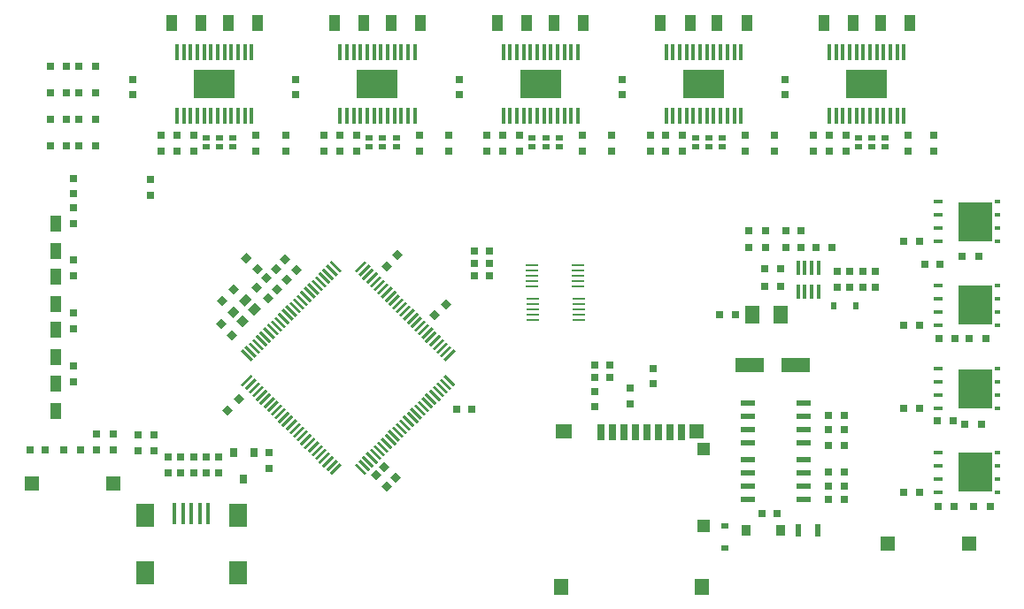
<source format=gtp>
G04 #@! TF.FileFunction,Paste,Top*
%FSLAX46Y46*%
G04 Gerber Fmt 4.6, Leading zero omitted, Abs format (unit mm)*
G04 Created by KiCad (PCBNEW 4.0.4-stable) date 06/15/17 10:18:31*
%MOMM*%
%LPD*%
G01*
G04 APERTURE LIST*
%ADD10C,0.020000*%
%ADD11R,0.720090X0.720090*%
%ADD12R,0.720000X1.530000*%
%ADD13R,0.765000X1.530000*%
%ADD14R,1.170000X1.170000*%
%ADD15R,1.170000X1.260000*%
%ADD16R,1.440000X1.350000*%
%ADD17R,1.350000X1.530000*%
%ADD18R,1.530000X1.350000*%
%ADD19R,1.107000X1.620000*%
%ADD20R,2.699766X1.440180*%
%ADD21R,1.799082X2.249424*%
%ADD22R,0.450342X2.071116*%
%ADD23R,0.765000X0.585000*%
%ADD24R,0.585000X0.765000*%
%ADD25R,0.360000X1.350000*%
%ADD26R,0.720000X0.540000*%
%ADD27R,1.350000X1.800000*%
%ADD28R,1.351026X1.351026*%
%ADD29R,0.720090X0.900684*%
%ADD30R,0.972000X0.405000*%
%ADD31R,0.585000X0.405000*%
%ADD32R,3.177000X3.834000*%
%ADD33R,1.260000X0.270000*%
%ADD34R,0.720000X0.720000*%
%ADD35R,1.125000X1.620000*%
%ADD36R,0.630000X1.170000*%
%ADD37R,0.819000X1.098000*%
%ADD38R,1.395000X0.540000*%
%ADD39R,3.888000X2.700000*%
%ADD40R,0.405000X1.485000*%
G04 APERTURE END LIST*
D10*
D11*
X17700000Y42750700D03*
X17700000Y44249300D03*
D12*
X56700000Y15810000D03*
X57800000Y15810000D03*
X58900000Y15810000D03*
X60000000Y15810000D03*
D13*
X61100000Y15810000D03*
D12*
X62200000Y15810000D03*
X63300000Y15810000D03*
X64400000Y15810000D03*
D14*
X66460000Y14250000D03*
D15*
X66460000Y6850000D03*
D16*
X65800000Y15900000D03*
D17*
X66350000Y1050000D03*
X52850000Y1050000D03*
D18*
X53150000Y15900000D03*
D19*
X4500000Y17890000D03*
X4500000Y20510000D03*
X4500000Y22990000D03*
X4500000Y25610000D03*
X4500000Y28090000D03*
X4500000Y30710000D03*
X4500000Y33190000D03*
X4500000Y35810000D03*
D20*
X70900360Y22300000D03*
X75299640Y22300000D03*
D21*
X13049920Y2349460D03*
X21950080Y2349460D03*
X13049920Y7848560D03*
X21950080Y7848560D03*
D22*
X15899800Y8049220D03*
X16699900Y8049220D03*
X17500000Y8049220D03*
X18300100Y8049220D03*
X19100200Y8049220D03*
D23*
X68500000Y4712000D03*
X68500000Y6812000D03*
D24*
X81050000Y27900000D03*
X78950000Y27900000D03*
D25*
X77475000Y31550000D03*
X76825000Y31550000D03*
X76175000Y31550000D03*
X75525000Y31550000D03*
X75525000Y29250000D03*
X76175000Y29250000D03*
X76825000Y29250000D03*
X77475000Y29250000D03*
D26*
X18900000Y43200000D03*
X18900000Y44000000D03*
X20200000Y43200000D03*
X20200000Y44000000D03*
X21500000Y43200000D03*
X21500000Y44000000D03*
X34500000Y43200000D03*
X34500000Y44000000D03*
X35800000Y43200000D03*
X35800000Y44000000D03*
X37100000Y43200000D03*
X37100000Y44000000D03*
X50100000Y43200000D03*
X50100000Y44000000D03*
X51400000Y43200000D03*
X51400000Y44000000D03*
X52700000Y43200000D03*
X52700000Y44000000D03*
X65700000Y43200000D03*
X65700000Y44000000D03*
X67000000Y43200000D03*
X67000000Y44000000D03*
X68300000Y43200000D03*
X68300000Y44000000D03*
X81300000Y43200000D03*
X81300000Y44000000D03*
X82600000Y43200000D03*
X82600000Y44000000D03*
X83900000Y43200000D03*
X83900000Y44000000D03*
D27*
X73850000Y27100000D03*
X71150000Y27100000D03*
D10*
G36*
X22700241Y29091203D02*
X23272997Y28518447D01*
X22636601Y27882051D01*
X22063845Y28454807D01*
X22700241Y29091203D01*
X22700241Y29091203D01*
G37*
G36*
X21551193Y27942155D02*
X22123949Y27369399D01*
X21487553Y26733003D01*
X20914797Y27305759D01*
X21551193Y27942155D01*
X21551193Y27942155D01*
G37*
G36*
X22417399Y27075949D02*
X22990155Y26503193D01*
X22353759Y25866797D01*
X21781003Y26439553D01*
X22417399Y27075949D01*
X22417399Y27075949D01*
G37*
G36*
X23566447Y28224997D02*
X24139203Y27652241D01*
X23502807Y27015845D01*
X22930051Y27588601D01*
X23566447Y28224997D01*
X23566447Y28224997D01*
G37*
D28*
X84101100Y5200000D03*
X91898900Y5200000D03*
D29*
X23449960Y13900480D03*
X21550040Y13900480D03*
X22500000Y11299520D03*
D30*
X88930000Y37905000D03*
X88930000Y36635000D03*
X88930000Y35365000D03*
X88930000Y34095000D03*
D31*
X94570000Y34095000D03*
X94570000Y35365000D03*
X94570000Y36635000D03*
X94570000Y37905000D03*
D32*
X92480000Y36000000D03*
D10*
G36*
X30725162Y32069201D02*
X30916080Y32260119D01*
X31870674Y31305525D01*
X31679756Y31114607D01*
X30725162Y32069201D01*
X30725162Y32069201D01*
G37*
G36*
X30371609Y31715648D02*
X30562527Y31906566D01*
X31517121Y30951972D01*
X31326203Y30761054D01*
X30371609Y31715648D01*
X30371609Y31715648D01*
G37*
G36*
X30018056Y31362094D02*
X30208974Y31553012D01*
X31163568Y30598418D01*
X30972650Y30407500D01*
X30018056Y31362094D01*
X30018056Y31362094D01*
G37*
G36*
X29664502Y31008541D02*
X29855420Y31199459D01*
X30810014Y30244865D01*
X30619096Y30053947D01*
X29664502Y31008541D01*
X29664502Y31008541D01*
G37*
G36*
X29310949Y30654987D02*
X29501867Y30845905D01*
X30456461Y29891311D01*
X30265543Y29700393D01*
X29310949Y30654987D01*
X29310949Y30654987D01*
G37*
G36*
X28957396Y30301434D02*
X29148314Y30492352D01*
X30102908Y29537758D01*
X29911990Y29346840D01*
X28957396Y30301434D01*
X28957396Y30301434D01*
G37*
G36*
X28603842Y29947881D02*
X28794760Y30138799D01*
X29749354Y29184205D01*
X29558436Y28993287D01*
X28603842Y29947881D01*
X28603842Y29947881D01*
G37*
G36*
X28250289Y29594327D02*
X28441207Y29785245D01*
X29395801Y28830651D01*
X29204883Y28639733D01*
X28250289Y29594327D01*
X28250289Y29594327D01*
G37*
G36*
X27896735Y29240774D02*
X28087653Y29431692D01*
X29042247Y28477098D01*
X28851329Y28286180D01*
X27896735Y29240774D01*
X27896735Y29240774D01*
G37*
G36*
X27543182Y28887220D02*
X27734100Y29078138D01*
X28688694Y28123544D01*
X28497776Y27932626D01*
X27543182Y28887220D01*
X27543182Y28887220D01*
G37*
G36*
X27189629Y28533667D02*
X27380547Y28724585D01*
X28335141Y27769991D01*
X28144223Y27579073D01*
X27189629Y28533667D01*
X27189629Y28533667D01*
G37*
G36*
X26836075Y28180114D02*
X27026993Y28371032D01*
X27981587Y27416438D01*
X27790669Y27225520D01*
X26836075Y28180114D01*
X26836075Y28180114D01*
G37*
G36*
X26482522Y27826560D02*
X26673440Y28017478D01*
X27628034Y27062884D01*
X27437116Y26871966D01*
X26482522Y27826560D01*
X26482522Y27826560D01*
G37*
G36*
X26128968Y27473007D02*
X26319886Y27663925D01*
X27274480Y26709331D01*
X27083562Y26518413D01*
X26128968Y27473007D01*
X26128968Y27473007D01*
G37*
G36*
X25775415Y27119453D02*
X25966333Y27310371D01*
X26920927Y26355777D01*
X26730009Y26164859D01*
X25775415Y27119453D01*
X25775415Y27119453D01*
G37*
G36*
X25421862Y26765900D02*
X25612780Y26956818D01*
X26567374Y26002224D01*
X26376456Y25811306D01*
X25421862Y26765900D01*
X25421862Y26765900D01*
G37*
G36*
X25068308Y26412347D02*
X25259226Y26603265D01*
X26213820Y25648671D01*
X26022902Y25457753D01*
X25068308Y26412347D01*
X25068308Y26412347D01*
G37*
G36*
X24714755Y26058793D02*
X24905673Y26249711D01*
X25860267Y25295117D01*
X25669349Y25104199D01*
X24714755Y26058793D01*
X24714755Y26058793D01*
G37*
G36*
X24361201Y25705240D02*
X24552119Y25896158D01*
X25506713Y24941564D01*
X25315795Y24750646D01*
X24361201Y25705240D01*
X24361201Y25705240D01*
G37*
G36*
X24007648Y25351686D02*
X24198566Y25542604D01*
X25153160Y24588010D01*
X24962242Y24397092D01*
X24007648Y25351686D01*
X24007648Y25351686D01*
G37*
G36*
X23654095Y24998133D02*
X23845013Y25189051D01*
X24799607Y24234457D01*
X24608689Y24043539D01*
X23654095Y24998133D01*
X23654095Y24998133D01*
G37*
G36*
X23300541Y24644580D02*
X23491459Y24835498D01*
X24446053Y23880904D01*
X24255135Y23689986D01*
X23300541Y24644580D01*
X23300541Y24644580D01*
G37*
G36*
X22946988Y24291026D02*
X23137906Y24481944D01*
X24092500Y23527350D01*
X23901582Y23336432D01*
X22946988Y24291026D01*
X22946988Y24291026D01*
G37*
G36*
X22593434Y23937473D02*
X22784352Y24128391D01*
X23738946Y23173797D01*
X23548028Y22982879D01*
X22593434Y23937473D01*
X22593434Y23937473D01*
G37*
G36*
X22239881Y23583920D02*
X22430799Y23774838D01*
X23385393Y22820244D01*
X23194475Y22629326D01*
X22239881Y23583920D01*
X22239881Y23583920D01*
G37*
G36*
X22430799Y20225162D02*
X22239881Y20416080D01*
X23194475Y21370674D01*
X23385393Y21179756D01*
X22430799Y20225162D01*
X22430799Y20225162D01*
G37*
G36*
X22784352Y19871609D02*
X22593434Y20062527D01*
X23548028Y21017121D01*
X23738946Y20826203D01*
X22784352Y19871609D01*
X22784352Y19871609D01*
G37*
G36*
X23137906Y19518056D02*
X22946988Y19708974D01*
X23901582Y20663568D01*
X24092500Y20472650D01*
X23137906Y19518056D01*
X23137906Y19518056D01*
G37*
G36*
X23491459Y19164502D02*
X23300541Y19355420D01*
X24255135Y20310014D01*
X24446053Y20119096D01*
X23491459Y19164502D01*
X23491459Y19164502D01*
G37*
G36*
X23845013Y18810949D02*
X23654095Y19001867D01*
X24608689Y19956461D01*
X24799607Y19765543D01*
X23845013Y18810949D01*
X23845013Y18810949D01*
G37*
G36*
X24198566Y18457396D02*
X24007648Y18648314D01*
X24962242Y19602908D01*
X25153160Y19411990D01*
X24198566Y18457396D01*
X24198566Y18457396D01*
G37*
G36*
X24552119Y18103842D02*
X24361201Y18294760D01*
X25315795Y19249354D01*
X25506713Y19058436D01*
X24552119Y18103842D01*
X24552119Y18103842D01*
G37*
G36*
X24905673Y17750289D02*
X24714755Y17941207D01*
X25669349Y18895801D01*
X25860267Y18704883D01*
X24905673Y17750289D01*
X24905673Y17750289D01*
G37*
G36*
X25259226Y17396735D02*
X25068308Y17587653D01*
X26022902Y18542247D01*
X26213820Y18351329D01*
X25259226Y17396735D01*
X25259226Y17396735D01*
G37*
G36*
X25612780Y17043182D02*
X25421862Y17234100D01*
X26376456Y18188694D01*
X26567374Y17997776D01*
X25612780Y17043182D01*
X25612780Y17043182D01*
G37*
G36*
X25966333Y16689629D02*
X25775415Y16880547D01*
X26730009Y17835141D01*
X26920927Y17644223D01*
X25966333Y16689629D01*
X25966333Y16689629D01*
G37*
G36*
X26319886Y16336075D02*
X26128968Y16526993D01*
X27083562Y17481587D01*
X27274480Y17290669D01*
X26319886Y16336075D01*
X26319886Y16336075D01*
G37*
G36*
X26673440Y15982522D02*
X26482522Y16173440D01*
X27437116Y17128034D01*
X27628034Y16937116D01*
X26673440Y15982522D01*
X26673440Y15982522D01*
G37*
G36*
X27026993Y15628968D02*
X26836075Y15819886D01*
X27790669Y16774480D01*
X27981587Y16583562D01*
X27026993Y15628968D01*
X27026993Y15628968D01*
G37*
G36*
X27380547Y15275415D02*
X27189629Y15466333D01*
X28144223Y16420927D01*
X28335141Y16230009D01*
X27380547Y15275415D01*
X27380547Y15275415D01*
G37*
G36*
X27734100Y14921862D02*
X27543182Y15112780D01*
X28497776Y16067374D01*
X28688694Y15876456D01*
X27734100Y14921862D01*
X27734100Y14921862D01*
G37*
G36*
X28087653Y14568308D02*
X27896735Y14759226D01*
X28851329Y15713820D01*
X29042247Y15522902D01*
X28087653Y14568308D01*
X28087653Y14568308D01*
G37*
G36*
X28441207Y14214755D02*
X28250289Y14405673D01*
X29204883Y15360267D01*
X29395801Y15169349D01*
X28441207Y14214755D01*
X28441207Y14214755D01*
G37*
G36*
X28794760Y13861201D02*
X28603842Y14052119D01*
X29558436Y15006713D01*
X29749354Y14815795D01*
X28794760Y13861201D01*
X28794760Y13861201D01*
G37*
G36*
X29148314Y13507648D02*
X28957396Y13698566D01*
X29911990Y14653160D01*
X30102908Y14462242D01*
X29148314Y13507648D01*
X29148314Y13507648D01*
G37*
G36*
X29501867Y13154095D02*
X29310949Y13345013D01*
X30265543Y14299607D01*
X30456461Y14108689D01*
X29501867Y13154095D01*
X29501867Y13154095D01*
G37*
G36*
X29855420Y12800541D02*
X29664502Y12991459D01*
X30619096Y13946053D01*
X30810014Y13755135D01*
X29855420Y12800541D01*
X29855420Y12800541D01*
G37*
G36*
X30208974Y12446988D02*
X30018056Y12637906D01*
X30972650Y13592500D01*
X31163568Y13401582D01*
X30208974Y12446988D01*
X30208974Y12446988D01*
G37*
G36*
X30562527Y12093434D02*
X30371609Y12284352D01*
X31326203Y13238946D01*
X31517121Y13048028D01*
X30562527Y12093434D01*
X30562527Y12093434D01*
G37*
G36*
X30916080Y11739881D02*
X30725162Y11930799D01*
X31679756Y12885393D01*
X31870674Y12694475D01*
X30916080Y11739881D01*
X30916080Y11739881D01*
G37*
G36*
X33129326Y12694475D02*
X33320244Y12885393D01*
X34274838Y11930799D01*
X34083920Y11739881D01*
X33129326Y12694475D01*
X33129326Y12694475D01*
G37*
G36*
X33482879Y13048028D02*
X33673797Y13238946D01*
X34628391Y12284352D01*
X34437473Y12093434D01*
X33482879Y13048028D01*
X33482879Y13048028D01*
G37*
G36*
X33836432Y13401582D02*
X34027350Y13592500D01*
X34981944Y12637906D01*
X34791026Y12446988D01*
X33836432Y13401582D01*
X33836432Y13401582D01*
G37*
G36*
X34189986Y13755135D02*
X34380904Y13946053D01*
X35335498Y12991459D01*
X35144580Y12800541D01*
X34189986Y13755135D01*
X34189986Y13755135D01*
G37*
G36*
X34543539Y14108689D02*
X34734457Y14299607D01*
X35689051Y13345013D01*
X35498133Y13154095D01*
X34543539Y14108689D01*
X34543539Y14108689D01*
G37*
G36*
X34897092Y14462242D02*
X35088010Y14653160D01*
X36042604Y13698566D01*
X35851686Y13507648D01*
X34897092Y14462242D01*
X34897092Y14462242D01*
G37*
G36*
X35250646Y14815795D02*
X35441564Y15006713D01*
X36396158Y14052119D01*
X36205240Y13861201D01*
X35250646Y14815795D01*
X35250646Y14815795D01*
G37*
G36*
X35604199Y15169349D02*
X35795117Y15360267D01*
X36749711Y14405673D01*
X36558793Y14214755D01*
X35604199Y15169349D01*
X35604199Y15169349D01*
G37*
G36*
X35957753Y15522902D02*
X36148671Y15713820D01*
X37103265Y14759226D01*
X36912347Y14568308D01*
X35957753Y15522902D01*
X35957753Y15522902D01*
G37*
G36*
X36311306Y15876456D02*
X36502224Y16067374D01*
X37456818Y15112780D01*
X37265900Y14921862D01*
X36311306Y15876456D01*
X36311306Y15876456D01*
G37*
G36*
X36664859Y16230009D02*
X36855777Y16420927D01*
X37810371Y15466333D01*
X37619453Y15275415D01*
X36664859Y16230009D01*
X36664859Y16230009D01*
G37*
G36*
X37018413Y16583562D02*
X37209331Y16774480D01*
X38163925Y15819886D01*
X37973007Y15628968D01*
X37018413Y16583562D01*
X37018413Y16583562D01*
G37*
G36*
X37371966Y16937116D02*
X37562884Y17128034D01*
X38517478Y16173440D01*
X38326560Y15982522D01*
X37371966Y16937116D01*
X37371966Y16937116D01*
G37*
G36*
X37725520Y17290669D02*
X37916438Y17481587D01*
X38871032Y16526993D01*
X38680114Y16336075D01*
X37725520Y17290669D01*
X37725520Y17290669D01*
G37*
G36*
X38079073Y17644223D02*
X38269991Y17835141D01*
X39224585Y16880547D01*
X39033667Y16689629D01*
X38079073Y17644223D01*
X38079073Y17644223D01*
G37*
G36*
X38432626Y17997776D02*
X38623544Y18188694D01*
X39578138Y17234100D01*
X39387220Y17043182D01*
X38432626Y17997776D01*
X38432626Y17997776D01*
G37*
G36*
X38786180Y18351329D02*
X38977098Y18542247D01*
X39931692Y17587653D01*
X39740774Y17396735D01*
X38786180Y18351329D01*
X38786180Y18351329D01*
G37*
G36*
X39139733Y18704883D02*
X39330651Y18895801D01*
X40285245Y17941207D01*
X40094327Y17750289D01*
X39139733Y18704883D01*
X39139733Y18704883D01*
G37*
G36*
X39493287Y19058436D02*
X39684205Y19249354D01*
X40638799Y18294760D01*
X40447881Y18103842D01*
X39493287Y19058436D01*
X39493287Y19058436D01*
G37*
G36*
X39846840Y19411990D02*
X40037758Y19602908D01*
X40992352Y18648314D01*
X40801434Y18457396D01*
X39846840Y19411990D01*
X39846840Y19411990D01*
G37*
G36*
X40200393Y19765543D02*
X40391311Y19956461D01*
X41345905Y19001867D01*
X41154987Y18810949D01*
X40200393Y19765543D01*
X40200393Y19765543D01*
G37*
G36*
X40553947Y20119096D02*
X40744865Y20310014D01*
X41699459Y19355420D01*
X41508541Y19164502D01*
X40553947Y20119096D01*
X40553947Y20119096D01*
G37*
G36*
X40907500Y20472650D02*
X41098418Y20663568D01*
X42053012Y19708974D01*
X41862094Y19518056D01*
X40907500Y20472650D01*
X40907500Y20472650D01*
G37*
G36*
X41261054Y20826203D02*
X41451972Y21017121D01*
X42406566Y20062527D01*
X42215648Y19871609D01*
X41261054Y20826203D01*
X41261054Y20826203D01*
G37*
G36*
X41614607Y21179756D02*
X41805525Y21370674D01*
X42760119Y20416080D01*
X42569201Y20225162D01*
X41614607Y21179756D01*
X41614607Y21179756D01*
G37*
G36*
X41805525Y22629326D02*
X41614607Y22820244D01*
X42569201Y23774838D01*
X42760119Y23583920D01*
X41805525Y22629326D01*
X41805525Y22629326D01*
G37*
G36*
X41451972Y22982879D02*
X41261054Y23173797D01*
X42215648Y24128391D01*
X42406566Y23937473D01*
X41451972Y22982879D01*
X41451972Y22982879D01*
G37*
G36*
X41098418Y23336432D02*
X40907500Y23527350D01*
X41862094Y24481944D01*
X42053012Y24291026D01*
X41098418Y23336432D01*
X41098418Y23336432D01*
G37*
G36*
X40744865Y23689986D02*
X40553947Y23880904D01*
X41508541Y24835498D01*
X41699459Y24644580D01*
X40744865Y23689986D01*
X40744865Y23689986D01*
G37*
G36*
X40391311Y24043539D02*
X40200393Y24234457D01*
X41154987Y25189051D01*
X41345905Y24998133D01*
X40391311Y24043539D01*
X40391311Y24043539D01*
G37*
G36*
X40037758Y24397092D02*
X39846840Y24588010D01*
X40801434Y25542604D01*
X40992352Y25351686D01*
X40037758Y24397092D01*
X40037758Y24397092D01*
G37*
G36*
X39684205Y24750646D02*
X39493287Y24941564D01*
X40447881Y25896158D01*
X40638799Y25705240D01*
X39684205Y24750646D01*
X39684205Y24750646D01*
G37*
G36*
X39330651Y25104199D02*
X39139733Y25295117D01*
X40094327Y26249711D01*
X40285245Y26058793D01*
X39330651Y25104199D01*
X39330651Y25104199D01*
G37*
G36*
X38977098Y25457753D02*
X38786180Y25648671D01*
X39740774Y26603265D01*
X39931692Y26412347D01*
X38977098Y25457753D01*
X38977098Y25457753D01*
G37*
G36*
X38623544Y25811306D02*
X38432626Y26002224D01*
X39387220Y26956818D01*
X39578138Y26765900D01*
X38623544Y25811306D01*
X38623544Y25811306D01*
G37*
G36*
X38269991Y26164859D02*
X38079073Y26355777D01*
X39033667Y27310371D01*
X39224585Y27119453D01*
X38269991Y26164859D01*
X38269991Y26164859D01*
G37*
G36*
X37916438Y26518413D02*
X37725520Y26709331D01*
X38680114Y27663925D01*
X38871032Y27473007D01*
X37916438Y26518413D01*
X37916438Y26518413D01*
G37*
G36*
X37562884Y26871966D02*
X37371966Y27062884D01*
X38326560Y28017478D01*
X38517478Y27826560D01*
X37562884Y26871966D01*
X37562884Y26871966D01*
G37*
G36*
X37209331Y27225520D02*
X37018413Y27416438D01*
X37973007Y28371032D01*
X38163925Y28180114D01*
X37209331Y27225520D01*
X37209331Y27225520D01*
G37*
G36*
X36855777Y27579073D02*
X36664859Y27769991D01*
X37619453Y28724585D01*
X37810371Y28533667D01*
X36855777Y27579073D01*
X36855777Y27579073D01*
G37*
G36*
X36502224Y27932626D02*
X36311306Y28123544D01*
X37265900Y29078138D01*
X37456818Y28887220D01*
X36502224Y27932626D01*
X36502224Y27932626D01*
G37*
G36*
X36148671Y28286180D02*
X35957753Y28477098D01*
X36912347Y29431692D01*
X37103265Y29240774D01*
X36148671Y28286180D01*
X36148671Y28286180D01*
G37*
G36*
X35795117Y28639733D02*
X35604199Y28830651D01*
X36558793Y29785245D01*
X36749711Y29594327D01*
X35795117Y28639733D01*
X35795117Y28639733D01*
G37*
G36*
X35441564Y28993287D02*
X35250646Y29184205D01*
X36205240Y30138799D01*
X36396158Y29947881D01*
X35441564Y28993287D01*
X35441564Y28993287D01*
G37*
G36*
X35088010Y29346840D02*
X34897092Y29537758D01*
X35851686Y30492352D01*
X36042604Y30301434D01*
X35088010Y29346840D01*
X35088010Y29346840D01*
G37*
G36*
X34734457Y29700393D02*
X34543539Y29891311D01*
X35498133Y30845905D01*
X35689051Y30654987D01*
X34734457Y29700393D01*
X34734457Y29700393D01*
G37*
G36*
X34380904Y30053947D02*
X34189986Y30244865D01*
X35144580Y31199459D01*
X35335498Y31008541D01*
X34380904Y30053947D01*
X34380904Y30053947D01*
G37*
G36*
X34027350Y30407500D02*
X33836432Y30598418D01*
X34791026Y31553012D01*
X34981944Y31362094D01*
X34027350Y30407500D01*
X34027350Y30407500D01*
G37*
G36*
X33673797Y30761054D02*
X33482879Y30951972D01*
X34437473Y31906566D01*
X34628391Y31715648D01*
X33673797Y30761054D01*
X33673797Y30761054D01*
G37*
G36*
X33320244Y31114607D02*
X33129326Y31305525D01*
X34083920Y32260119D01*
X34274838Y32069201D01*
X33320244Y31114607D01*
X33320244Y31114607D01*
G37*
D30*
X88930000Y29905000D03*
X88930000Y28635000D03*
X88930000Y27365000D03*
X88930000Y26095000D03*
D31*
X94570000Y26095000D03*
X94570000Y27365000D03*
X94570000Y28635000D03*
X94570000Y29905000D03*
D32*
X92480000Y28000000D03*
D30*
X88930000Y21905000D03*
X88930000Y20635000D03*
X88930000Y19365000D03*
X88930000Y18095000D03*
D31*
X94570000Y18095000D03*
X94570000Y19365000D03*
X94570000Y20635000D03*
X94570000Y21905000D03*
D32*
X92480000Y20000000D03*
D33*
X50172000Y28606000D03*
X50172000Y28106000D03*
X50172000Y27606000D03*
X50172000Y27106000D03*
X50172000Y26606000D03*
X54572000Y26606000D03*
X54572000Y27106000D03*
X54572000Y27606000D03*
X54572000Y28106000D03*
X54572000Y28606000D03*
D28*
X9998900Y10900000D03*
X2201100Y10900000D03*
D33*
X50100000Y31800000D03*
X50100000Y31300000D03*
X50100000Y30800000D03*
X50100000Y30300000D03*
X50100000Y29800000D03*
X54500000Y29800000D03*
X54500000Y30300000D03*
X54500000Y30800000D03*
X54500000Y31300000D03*
X54500000Y31800000D03*
D30*
X88930000Y13905000D03*
X88930000Y12635000D03*
X88930000Y11365000D03*
X88930000Y10095000D03*
D31*
X94570000Y10095000D03*
X94570000Y11365000D03*
X94570000Y12635000D03*
X94570000Y13905000D03*
D32*
X92480000Y12000000D03*
D11*
X15300000Y13449300D03*
X15300000Y11950700D03*
X74300000Y49649300D03*
X74300000Y48150700D03*
X80100000Y42750700D03*
X80100000Y44249300D03*
X78500000Y44249300D03*
X78500000Y42750700D03*
X86100000Y44249300D03*
X86100000Y42750700D03*
X3549300Y14100000D03*
X2050700Y14100000D03*
X64500000Y42750700D03*
X64500000Y44249300D03*
X48900000Y42750700D03*
X48900000Y44249300D03*
X33300000Y42750700D03*
X33300000Y44249300D03*
X23700000Y44249300D03*
X23700000Y42750700D03*
X46049300Y33200000D03*
X44550700Y33200000D03*
X73549300Y8000000D03*
X72050700Y8000000D03*
X78450700Y16100000D03*
X79949300Y16100000D03*
X56100000Y19749300D03*
X56100000Y18250700D03*
X6200000Y38650700D03*
X6200000Y40149300D03*
X59500000Y18550700D03*
X59500000Y20049300D03*
X62900000Y44249300D03*
X62900000Y42750700D03*
X47300000Y44249300D03*
X47300000Y42750700D03*
X31700000Y44249300D03*
X31700000Y42750700D03*
X70500000Y44249300D03*
X70500000Y42750700D03*
X54900000Y44249300D03*
X54900000Y42750700D03*
X39300000Y44249300D03*
X39300000Y42750700D03*
X27500000Y49649300D03*
X27500000Y48150700D03*
X11900000Y49649300D03*
X11900000Y48150700D03*
X58700000Y49649300D03*
X58700000Y48150700D03*
X43100000Y49649300D03*
X43100000Y48150700D03*
X69549300Y27100000D03*
X68050700Y27100000D03*
D10*
G36*
X21520654Y19029835D02*
X22029835Y19539016D01*
X22539016Y19029835D01*
X22029835Y18520654D01*
X21520654Y19029835D01*
X21520654Y19029835D01*
G37*
G36*
X20460984Y17970165D02*
X20970165Y18479346D01*
X21479346Y17970165D01*
X20970165Y17460984D01*
X20460984Y17970165D01*
X20460984Y17970165D01*
G37*
D11*
X78450700Y10700000D03*
X79949300Y10700000D03*
X72350700Y29800000D03*
X73849300Y29800000D03*
D10*
G36*
X20982346Y28473165D02*
X20473165Y27963984D01*
X19963984Y28473165D01*
X20473165Y28982346D01*
X20982346Y28473165D01*
X20982346Y28473165D01*
G37*
G36*
X22042016Y29532835D02*
X21532835Y29023654D01*
X21023654Y29532835D01*
X21532835Y30042016D01*
X22042016Y29532835D01*
X22042016Y29532835D01*
G37*
G36*
X20346165Y25721654D02*
X19836984Y26230835D01*
X20346165Y26740016D01*
X20855346Y26230835D01*
X20346165Y25721654D01*
X20346165Y25721654D01*
G37*
G36*
X21405835Y24661984D02*
X20896654Y25171165D01*
X21405835Y25680346D01*
X21915016Y25171165D01*
X21405835Y24661984D01*
X21405835Y24661984D01*
G37*
G36*
X23829835Y31979346D02*
X24339016Y31470165D01*
X23829835Y30960984D01*
X23320654Y31470165D01*
X23829835Y31979346D01*
X23829835Y31979346D01*
G37*
G36*
X22770165Y33039016D02*
X23279346Y32529835D01*
X22770165Y32020654D01*
X22260984Y32529835D01*
X22770165Y33039016D01*
X22770165Y33039016D01*
G37*
G36*
X36679346Y31770165D02*
X36170165Y31260984D01*
X35660984Y31770165D01*
X36170165Y32279346D01*
X36679346Y31770165D01*
X36679346Y31770165D01*
G37*
G36*
X37739016Y32829835D02*
X37229835Y32320654D01*
X36720654Y32829835D01*
X37229835Y33339016D01*
X37739016Y32829835D01*
X37739016Y32829835D01*
G37*
G36*
X24829835Y29179346D02*
X25339016Y28670165D01*
X24829835Y28160984D01*
X24320654Y28670165D01*
X24829835Y29179346D01*
X24829835Y29179346D01*
G37*
G36*
X23770165Y30239016D02*
X24279346Y29729835D01*
X23770165Y29220654D01*
X23260984Y29729835D01*
X23770165Y30239016D01*
X23770165Y30239016D01*
G37*
D11*
X42850700Y18000000D03*
X44349300Y18000000D03*
D10*
G36*
X35970165Y12020654D02*
X35460984Y12529835D01*
X35970165Y13039016D01*
X36479346Y12529835D01*
X35970165Y12020654D01*
X35970165Y12020654D01*
G37*
G36*
X37029835Y10960984D02*
X36520654Y11470165D01*
X37029835Y11979346D01*
X37539016Y11470165D01*
X37029835Y10960984D01*
X37029835Y10960984D01*
G37*
D11*
X24900000Y13849300D03*
X24900000Y12350700D03*
X16100000Y44249300D03*
X16100000Y42750700D03*
D10*
G36*
X41279346Y27070165D02*
X40770165Y26560984D01*
X40260984Y27070165D01*
X40770165Y27579346D01*
X41279346Y27070165D01*
X41279346Y27070165D01*
G37*
G36*
X42339016Y28129835D02*
X41829835Y27620654D01*
X41320654Y28129835D01*
X41829835Y28639016D01*
X42339016Y28129835D01*
X42339016Y28129835D01*
G37*
D11*
X18900000Y13449300D03*
X18900000Y11950700D03*
X77250700Y33500000D03*
X78749300Y33500000D03*
D10*
G36*
X27529835Y31879346D02*
X28039016Y31370165D01*
X27529835Y30860984D01*
X27020654Y31370165D01*
X27529835Y31879346D01*
X27529835Y31879346D01*
G37*
G36*
X26470165Y32939016D02*
X26979346Y32429835D01*
X26470165Y31920654D01*
X25960984Y32429835D01*
X26470165Y32939016D01*
X26470165Y32939016D01*
G37*
D34*
X78450700Y9400000D03*
X79949300Y9400000D03*
X78450700Y14600000D03*
X79949300Y14600000D03*
X78450700Y12000000D03*
X79949300Y12000000D03*
X78450700Y17400000D03*
X79949300Y17400000D03*
X75849300Y35100000D03*
X74350700Y35100000D03*
X12400000Y14050700D03*
X12400000Y15549300D03*
X13900000Y14050700D03*
X13900000Y15549300D03*
X56050700Y21100000D03*
X57549300Y21100000D03*
X61700000Y20450700D03*
X61700000Y21949300D03*
X56050700Y22300000D03*
X57549300Y22300000D03*
X82900000Y31249300D03*
X82900000Y29750700D03*
X81700000Y29750700D03*
X81700000Y31249300D03*
X80500000Y31249300D03*
X80500000Y29750700D03*
X73849300Y31500000D03*
X72350700Y31500000D03*
X79300000Y31249300D03*
X79300000Y29750700D03*
X6200000Y22149300D03*
X6200000Y20650700D03*
X8400000Y15649300D03*
X8400000Y14150700D03*
X10000000Y15649300D03*
X10000000Y14150700D03*
X87149300Y10100000D03*
X85650700Y10100000D03*
X46049300Y32000000D03*
X44550700Y32000000D03*
X46049300Y30800000D03*
X44550700Y30800000D03*
X87149300Y18100000D03*
X85650700Y18100000D03*
X87149300Y26100000D03*
X85650700Y26100000D03*
X87149300Y34100000D03*
X85650700Y34100000D03*
X6200000Y37349300D03*
X6200000Y35850700D03*
X6200000Y32349300D03*
X6200000Y30850700D03*
X20100000Y11950700D03*
X20100000Y13449300D03*
X6200000Y27249300D03*
X6200000Y25750700D03*
D10*
G36*
X36229835Y10161048D02*
X35720718Y10670165D01*
X36229835Y11179282D01*
X36738952Y10670165D01*
X36229835Y10161048D01*
X36229835Y10161048D01*
G37*
G36*
X35170165Y11220718D02*
X34661048Y11729835D01*
X35170165Y12238952D01*
X35679282Y11729835D01*
X35170165Y11220718D01*
X35170165Y11220718D01*
G37*
D34*
X17700000Y11950700D03*
X17700000Y13449300D03*
X16500000Y11950700D03*
X16500000Y13449300D03*
X5549300Y43300000D03*
X4050700Y43300000D03*
X5549300Y45800000D03*
X4050700Y45800000D03*
X5549300Y48300000D03*
X4050700Y48300000D03*
X5549300Y50900000D03*
X4050700Y50900000D03*
X75849300Y33500000D03*
X74350700Y33500000D03*
D10*
G36*
X25570165Y32038952D02*
X26079282Y31529835D01*
X25570165Y31020718D01*
X25061048Y31529835D01*
X25570165Y32038952D01*
X25570165Y32038952D01*
G37*
G36*
X26629835Y30979282D02*
X27138952Y30470165D01*
X26629835Y29961048D01*
X26120718Y30470165D01*
X26629835Y30979282D01*
X26629835Y30979282D01*
G37*
G36*
X24670165Y31138952D02*
X25179282Y30629835D01*
X24670165Y30120718D01*
X24161048Y30629835D01*
X24670165Y31138952D01*
X24670165Y31138952D01*
G37*
G36*
X25729835Y30079282D02*
X26238952Y29570165D01*
X25729835Y29061048D01*
X25220718Y29570165D01*
X25729835Y30079282D01*
X25729835Y30079282D01*
G37*
D35*
X21010000Y55040000D03*
X23810000Y55040000D03*
X18390000Y55040000D03*
X15590000Y55040000D03*
X83410000Y55040000D03*
X86210000Y55040000D03*
X80790000Y55040000D03*
X77990000Y55040000D03*
X67810000Y55040000D03*
X70610000Y55040000D03*
X52210000Y55040000D03*
X55010000Y55040000D03*
X36610000Y55040000D03*
X39410000Y55040000D03*
X65190000Y55040000D03*
X62390000Y55040000D03*
X49590000Y55040000D03*
X46790000Y55040000D03*
X33990000Y55040000D03*
X31190000Y55040000D03*
D36*
X77450000Y6400000D03*
X75550000Y6400000D03*
D37*
X73835000Y6400000D03*
X70565000Y6400000D03*
D38*
X70700000Y18605000D03*
X70700000Y17335000D03*
X70700000Y16065000D03*
X70700000Y14795000D03*
X76100000Y14795000D03*
X76100000Y16065000D03*
X76100000Y17335000D03*
X76100000Y18605000D03*
X70700000Y13205000D03*
X70700000Y11935000D03*
X70700000Y10665000D03*
X70700000Y9395000D03*
X76100000Y9395000D03*
X76100000Y10665000D03*
X76100000Y11935000D03*
X76100000Y13205000D03*
D34*
X26500000Y44249300D03*
X26500000Y42750700D03*
X57700000Y44249300D03*
X57700000Y42750700D03*
X73300000Y44249300D03*
X73300000Y42750700D03*
X88500000Y44249300D03*
X88500000Y42750700D03*
X42100000Y44249300D03*
X42100000Y42750700D03*
X87650700Y31900000D03*
X89149300Y31900000D03*
X89050700Y24800000D03*
X90549300Y24800000D03*
X88850700Y16900000D03*
X90349300Y16900000D03*
X88950700Y8700000D03*
X90449300Y8700000D03*
X92800000Y32700000D03*
X91200000Y32700000D03*
X93100000Y16600000D03*
X91500000Y16600000D03*
X93900000Y8700000D03*
X92300000Y8700000D03*
X93500000Y24800000D03*
X91900000Y24800000D03*
X70800000Y35100000D03*
X72400000Y35100000D03*
X70800000Y33500000D03*
X72400000Y33500000D03*
X5300000Y14100000D03*
X6900000Y14100000D03*
X8300000Y43300000D03*
X6700000Y43300000D03*
X8300000Y45800000D03*
X6700000Y45800000D03*
X8300000Y48300000D03*
X6700000Y48300000D03*
X8300000Y50900000D03*
X6700000Y50900000D03*
D11*
X13600000Y38550700D03*
X13600000Y40049300D03*
X14600000Y44249300D03*
X14600000Y42750700D03*
X30200000Y44249300D03*
X30200000Y42750700D03*
X45800000Y44249300D03*
X45800000Y42750700D03*
X61400000Y44249300D03*
X61400000Y42750700D03*
X77000000Y44249300D03*
X77000000Y42750700D03*
D39*
X82100000Y49200000D03*
D40*
X78525000Y46150000D03*
X79175000Y46150000D03*
X79825000Y46150000D03*
X80475000Y46150000D03*
X81125000Y46150000D03*
X81775000Y46150000D03*
X82425000Y46150000D03*
X83075000Y46150000D03*
X83725000Y46150000D03*
X84375000Y46150000D03*
X85025000Y46150000D03*
X85675000Y46150000D03*
X85675000Y52250000D03*
X85025000Y52250000D03*
X84375000Y52250000D03*
X83725000Y52250000D03*
X83075000Y52250000D03*
X82425000Y52250000D03*
X81775000Y52250000D03*
X81125000Y52250000D03*
X80475000Y52250000D03*
X79825000Y52250000D03*
X79175000Y52250000D03*
X78525000Y52250000D03*
D39*
X66500000Y49200000D03*
D40*
X62925000Y46150000D03*
X63575000Y46150000D03*
X64225000Y46150000D03*
X64875000Y46150000D03*
X65525000Y46150000D03*
X66175000Y46150000D03*
X66825000Y46150000D03*
X67475000Y46150000D03*
X68125000Y46150000D03*
X68775000Y46150000D03*
X69425000Y46150000D03*
X70075000Y46150000D03*
X70075000Y52250000D03*
X69425000Y52250000D03*
X68775000Y52250000D03*
X68125000Y52250000D03*
X67475000Y52250000D03*
X66825000Y52250000D03*
X66175000Y52250000D03*
X65525000Y52250000D03*
X64875000Y52250000D03*
X64225000Y52250000D03*
X63575000Y52250000D03*
X62925000Y52250000D03*
D39*
X50900000Y49200000D03*
D40*
X47325000Y46150000D03*
X47975000Y46150000D03*
X48625000Y46150000D03*
X49275000Y46150000D03*
X49925000Y46150000D03*
X50575000Y46150000D03*
X51225000Y46150000D03*
X51875000Y46150000D03*
X52525000Y46150000D03*
X53175000Y46150000D03*
X53825000Y46150000D03*
X54475000Y46150000D03*
X54475000Y52250000D03*
X53825000Y52250000D03*
X53175000Y52250000D03*
X52525000Y52250000D03*
X51875000Y52250000D03*
X51225000Y52250000D03*
X50575000Y52250000D03*
X49925000Y52250000D03*
X49275000Y52250000D03*
X48625000Y52250000D03*
X47975000Y52250000D03*
X47325000Y52250000D03*
D39*
X35300000Y49200000D03*
D40*
X31725000Y46150000D03*
X32375000Y46150000D03*
X33025000Y46150000D03*
X33675000Y46150000D03*
X34325000Y46150000D03*
X34975000Y46150000D03*
X35625000Y46150000D03*
X36275000Y46150000D03*
X36925000Y46150000D03*
X37575000Y46150000D03*
X38225000Y46150000D03*
X38875000Y46150000D03*
X38875000Y52250000D03*
X38225000Y52250000D03*
X37575000Y52250000D03*
X36925000Y52250000D03*
X36275000Y52250000D03*
X35625000Y52250000D03*
X34975000Y52250000D03*
X34325000Y52250000D03*
X33675000Y52250000D03*
X33025000Y52250000D03*
X32375000Y52250000D03*
X31725000Y52250000D03*
D39*
X19700000Y49200000D03*
D40*
X16125000Y46150000D03*
X16775000Y46150000D03*
X17425000Y46150000D03*
X18075000Y46150000D03*
X18725000Y46150000D03*
X19375000Y46150000D03*
X20025000Y46150000D03*
X20675000Y46150000D03*
X21325000Y46150000D03*
X21975000Y46150000D03*
X22625000Y46150000D03*
X23275000Y46150000D03*
X23275000Y52250000D03*
X22625000Y52250000D03*
X21975000Y52250000D03*
X21325000Y52250000D03*
X20675000Y52250000D03*
X20025000Y52250000D03*
X19375000Y52250000D03*
X18725000Y52250000D03*
X18075000Y52250000D03*
X17425000Y52250000D03*
X16775000Y52250000D03*
X16125000Y52250000D03*
M02*

</source>
